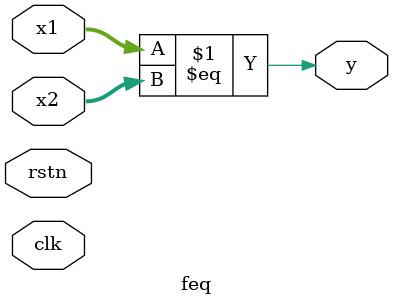
<source format=v>
`default_nettype none
module feq (
    input wire [31:0] x1,
    input wire [31:0] x2,
    output wire y,
    input wire clk,
    input wire rstn);

assign y = (x1 == x2);

endmodule
`default_nettype wire
</source>
